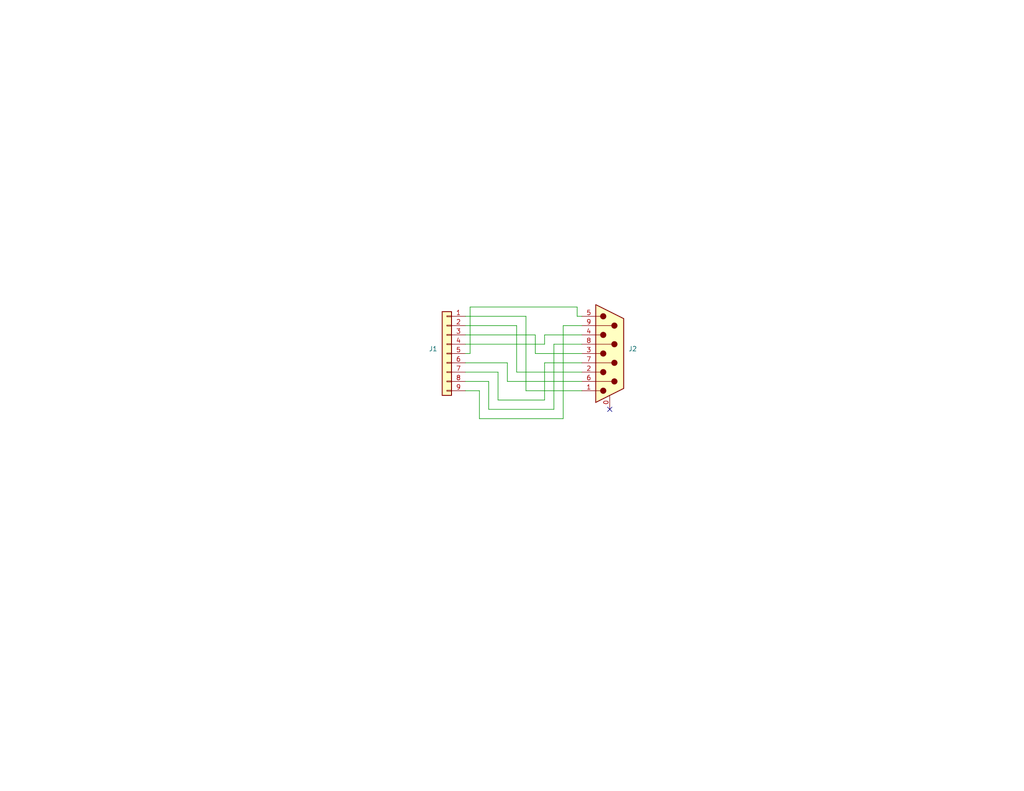
<source format=kicad_sch>
(kicad_sch (version 20250114) (generator "eeschema") (generator_version "9.0")
  (paper "A")
  (title_block (title "9 Pin DSUB Breakout") (date "2025-03-02") (rev "1") (company "Gadget Reboot") (comment 1 "https://www.youtube.com/@gadgetreboot") (comment 2 "https://github.com/GadgetReboot/DSUB9_Breakout"))
  (lib_symbols
    (symbol "Connector:DE9_Pins_MountingHoles" (pin_names (offset 1.016) (hide yes))
      (property "Reference" "J" (at 0 16.51 0))
      (property "Value" "DE9_Pins_MountingHoles" (at 0 14.605 0))
      (symbol "DE9_Pins_MountingHoles_0_1"
        (polyline (pts (xy -3.81 10.16) (xy -2.54 10.16)))
        (polyline (pts (xy -3.81 7.62) (xy 0.508 7.62)))
        (polyline (pts (xy -3.81 5.08) (xy -2.54 5.08)))
        (polyline (pts (xy -3.81 2.54) (xy 0.508 2.54)))
        (polyline (pts (xy -3.81 0) (xy -2.54 0)))
        (polyline (pts (xy -3.81 -2.54) (xy 0.508 -2.54)))
        (polyline (pts (xy -3.81 -5.08) (xy -2.54 -5.08)))
        (polyline (pts (xy -3.81 -7.62) (xy 0.508 -7.62)))
        (polyline (pts (xy -3.81 -10.16) (xy -2.54 -10.16)))
        (polyline (pts (xy -3.81 -13.335) (xy -3.81 13.335) (xy 3.81 9.525) (xy 3.81 -9.525) (xy -3.81 -13.335)) (stroke (width 0.254)) (fill (type background)))
        (circle (center -1.778 10.16) (radius 0.762) (fill (type outline)))
        (circle (center -1.778 5.08) (radius 0.762) (fill (type outline)))
        (circle (center -1.778 0) (radius 0.762) (fill (type outline)))
        (circle (center -1.778 -5.08) (radius 0.762) (fill (type outline)))
        (circle (center -1.778 -10.16) (radius 0.762) (fill (type outline)))
        (circle (center 1.27 7.62) (radius 0.762) (fill (type outline)))
        (circle (center 1.27 2.54) (radius 0.762) (fill (type outline)))
        (circle (center 1.27 -2.54) (radius 0.762) (fill (type outline)))
        (circle (center 1.27 -7.62) (radius 0.762) (fill (type outline)))
      )
      (symbol "DE9_Pins_MountingHoles_1_1"
        (pin passive line (at -7.62 10.16 0) (length 3.81) (name "5") (number "5"))
        (pin passive line (at -7.62 7.62 0) (length 3.81) (name "9") (number "9"))
        (pin passive line (at -7.62 5.08 0) (length 3.81) (name "4") (number "4"))
        (pin passive line (at -7.62 2.54 0) (length 3.81) (name "8") (number "8"))
        (pin passive line (at -7.62 0 0) (length 3.81) (name "3") (number "3"))
        (pin passive line (at -7.62 -2.54 0) (length 3.81) (name "7") (number "7"))
        (pin passive line (at -7.62 -5.08 0) (length 3.81) (name "2") (number "2"))
        (pin passive line (at -7.62 -7.62 0) (length 3.81) (name "6") (number "6"))
        (pin passive line (at -7.62 -10.16 0) (length 3.81) (name "1") (number "1"))
        (pin passive line (at 0 -15.24 90) (length 3.81) (name "PAD") (number "0"))
      )
    )
    (symbol "Connector_Generic:Conn_01x09" (pin_names (offset 1.016) (hide yes))
      (property "Reference" "J" (at 0 12.7 0))
      (property "Value" "Conn_01x09" (at 0 -12.7 0))
      (symbol "Conn_01x09_1_1"
        (rectangle (start -1.27 11.43) (end 1.27 -11.43) (stroke (width 0.254)) (fill (type background)))
        (rectangle (start -1.27 10.287) (end 0 10.033) (stroke (width 0.1524)))
        (rectangle (start -1.27 7.747) (end 0 7.493) (stroke (width 0.1524)))
        (rectangle (start -1.27 5.207) (end 0 4.953) (stroke (width 0.1524)))
        (rectangle (start -1.27 2.667) (end 0 2.413) (stroke (width 0.1524)))
        (rectangle (start -1.27 0.127) (end 0 -0.127) (stroke (width 0.1524)))
        (rectangle (start -1.27 -2.413) (end 0 -2.667) (stroke (width 0.1524)))
        (rectangle (start -1.27 -4.953) (end 0 -5.207) (stroke (width 0.1524)))
        (rectangle (start -1.27 -7.493) (end 0 -7.747) (stroke (width 0.1524)))
        (rectangle (start -1.27 -10.033) (end 0 -10.287) (stroke (width 0.1524)))
        (pin passive line (at -5.08 10.16 0) (length 3.81) (name "Pin_1") (number "1"))
        (pin passive line (at -5.08 7.62 0) (length 3.81) (name "Pin_2") (number "2"))
        (pin passive line (at -5.08 5.08 0) (length 3.81) (name "Pin_3") (number "3"))
        (pin passive line (at -5.08 2.54 0) (length 3.81) (name "Pin_4") (number "4"))
        (pin passive line (at -5.08 0 0) (length 3.81) (name "Pin_5") (number "5"))
        (pin passive line (at -5.08 -2.54 0) (length 3.81) (name "Pin_6") (number "6"))
        (pin passive line (at -5.08 -5.08 0) (length 3.81) (name "Pin_7") (number "7"))
        (pin passive line (at -5.08 -7.62 0) (length 3.81) (name "Pin_8") (number "8"))
        (pin passive line (at -5.08 -10.16 0) (length 3.81) (name "Pin_9") (number "9"))
      )
    )
  )
  (no_connect (at 166.37 111.76))
  (wire (pts (xy 143.51 86.36) (xy 143.51 106.68)))
  (wire (pts (xy 146.05 96.52) (xy 158.75 96.52)))
  (wire (pts (xy 138.43 104.14) (xy 158.75 104.14)))
  (wire (pts (xy 157.48 83.82) (xy 157.48 86.36)))
  (wire (pts (xy 153.67 88.9) (xy 158.75 88.9)))
  (wire (pts (xy 127 96.52) (xy 128.27 96.52)))
  (wire (pts (xy 146.05 91.44) (xy 146.05 96.52)))
  (wire (pts (xy 158.75 101.6) (xy 140.97 101.6)))
  (wire (pts (xy 133.35 111.76) (xy 151.13 111.76)))
  (wire (pts (xy 127 106.68) (xy 130.81 106.68)))
  (wire (pts (xy 133.35 104.14) (xy 133.35 111.76)))
  (wire (pts (xy 127 91.44) (xy 146.05 91.44)))
  (wire (pts (xy 128.27 96.52) (xy 128.27 83.82)))
  (wire (pts (xy 130.81 106.68) (xy 130.81 114.3)))
  (wire (pts (xy 127 86.36) (xy 143.51 86.36)))
  (wire (pts (xy 151.13 111.76) (xy 151.13 93.98)))
  (wire (pts (xy 127 99.06) (xy 138.43 99.06)))
  (wire (pts (xy 153.67 114.3) (xy 153.67 88.9)))
  (wire (pts (xy 140.97 88.9) (xy 127 88.9)))
  (wire (pts (xy 130.81 114.3) (xy 153.67 114.3)))
  (wire (pts (xy 143.51 106.68) (xy 158.75 106.68)))
  (wire (pts (xy 157.48 86.36) (xy 158.75 86.36)))
  (wire (pts (xy 127 104.14) (xy 133.35 104.14)))
  (wire (pts (xy 127 93.98) (xy 148.59 93.98)))
  (wire (pts (xy 127 101.6) (xy 135.89 101.6)))
  (wire (pts (xy 148.59 91.44) (xy 158.75 91.44)))
  (wire (pts (xy 140.97 101.6) (xy 140.97 88.9)))
  (wire (pts (xy 135.89 101.6) (xy 135.89 109.22)))
  (wire (pts (xy 138.43 99.06) (xy 138.43 104.14)))
  (wire (pts (xy 148.59 109.22) (xy 148.59 99.06)))
  (wire (pts (xy 151.13 93.98) (xy 158.75 93.98)))
  (wire (pts (xy 148.59 93.98) (xy 148.59 91.44)))
  (wire (pts (xy 148.59 99.06) (xy 158.75 99.06)))
  (wire (pts (xy 128.27 83.82) (xy 157.48 83.82)))
  (wire (pts (xy 135.89 109.22) (xy 148.59 109.22)))
  (symbol (lib_id "Connector_Generic:Conn_01x09") (at 121.92 96.52 0) (mirror y) (unit 1)
    (property "Reference" "J1" (at 119.38 95.2499 0) (effects (justify left)))
    (property "Value" "Conn_01x09" (effects (hide yes)))
    (property "Footprint" "Connector_PinHeader_2.54mm:PinHeader_1x09_P2.54mm_Vertical" (effects (hide yes)))
    (property "Description" "Generic connector, single row, 01x09, script generated (kicad-library-utils/schlib/autogen/connector/)" (effects (hide yes)))
  )
  (symbol (lib_id "Connector:DE9_Pins_MountingHoles") (at 166.37 96.52 0) (unit 1)
    (property "Reference" "J2" (at 171.45 95.2499 0) (effects (justify left)))
    (property "Value" "DE9_Pins_MountingHoles" (effects (hide yes)))
    (property "Footprint" "Connector_Dsub:DSUB-9_Pins_Horizontal_P2.77x2.84mm_EdgePinOffset7.70mm_Housed_MountingHolesOffset9.12mm" (effects (hide yes)))
    (property "Description" "9-pin D-SUB connector, pins (male), Mounting Hole" (effects (hide yes)))
  )
)
</source>
